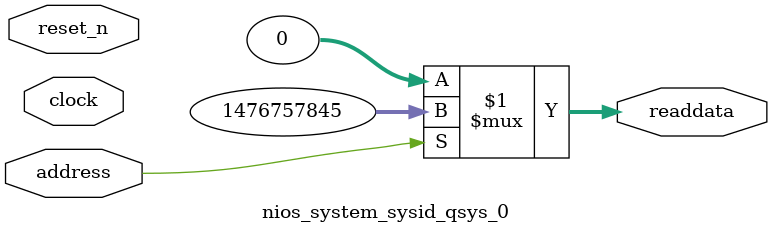
<source format=v>

`timescale 1ns / 1ps
// synthesis translate_on

// turn off superfluous verilog processor warnings 
// altera message_level Level1 
// altera message_off 10034 10035 10036 10037 10230 10240 10030 

module nios_system_sysid_qsys_0 (
               // inputs:
                address,
                clock,
                reset_n,

               // outputs:
                readdata
             )
;

  output  [ 31: 0] readdata;
  input            address;
  input            clock;
  input            reset_n;

  wire    [ 31: 0] readdata;
  //control_slave, which is an e_avalon_slave
  assign readdata = address ? 1476757845 : 0;

endmodule




</source>
